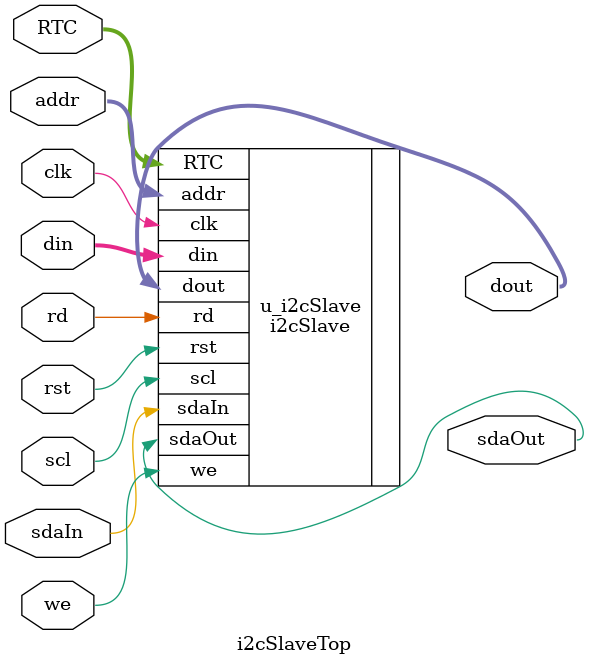
<source format=v>
`include "i2cSlave_define.v"


module i2cSlaveTop (
  input clk,
  input rst,
  input sdaIn,
  output sdaOut,
  input scl,
  
  // parallel read/write
  input we,
  input rd,
  input [7:0] addr,
  input [7:0] din,
  output [7:0] dout,
  input [63:0] RTC
);

i2cSlave u_i2cSlave(
  .clk(clk),
  .rst(rst),
  .sdaIn(sdaIn),
  .sdaOut(sdaOut),
  .scl(scl),
  .rd(rd),
  .we(we),
  .addr(addr),
  .din(din),
  .dout(dout),
  .RTC(RTC)
);

endmodule

</source>
